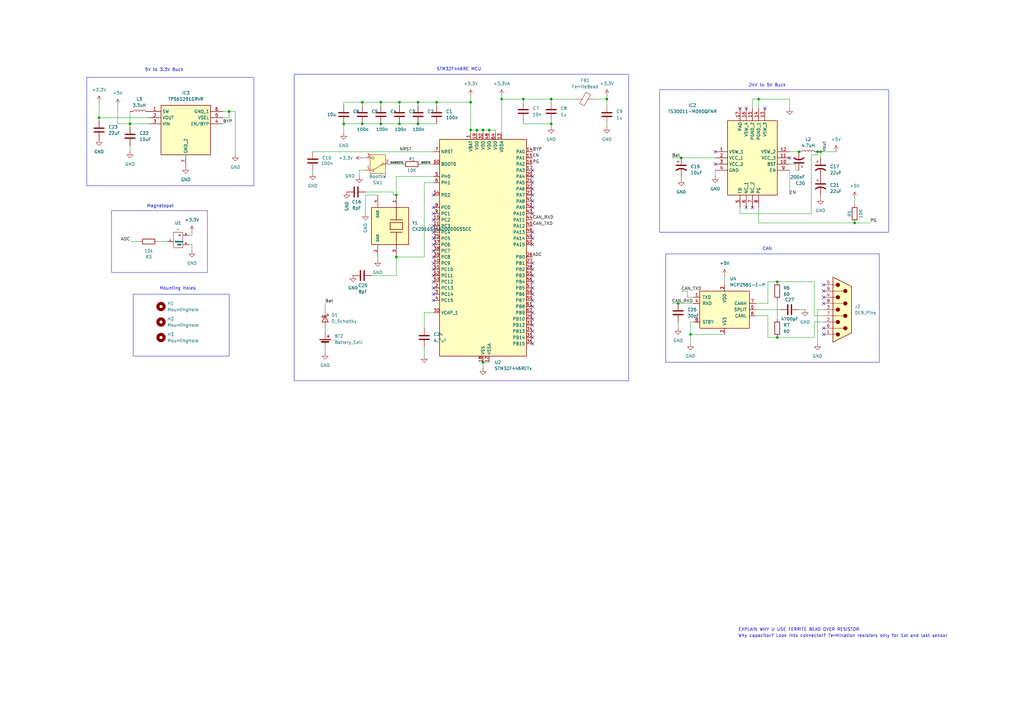
<source format=kicad_sch>
(kicad_sch (version 20250114) (generator "eeschema") (generator_version "9.0")
  (paper "A3")
  (lib_symbols
    (symbol "Connector:DE9_Pins" (pin_names (offset 1.016) (hide yes))
      (property "Reference" "J" (at 0 13.97 0))
      (property "Value" "DE9_Pins" (at 0 -14.605 0))
      (symbol "DE9_Pins_0_1"
        (polyline (pts (xy -3.81 10.16) (xy -2.54 10.16)))
        (polyline (pts (xy -3.81 7.62) (xy 0.508 7.62)))
        (polyline (pts (xy -3.81 5.08) (xy -2.54 5.08)))
        (polyline (pts (xy -3.81 2.54) (xy 0.508 2.54)))
        (polyline (pts (xy -3.81 0) (xy -2.54 0)))
        (polyline (pts (xy -3.81 -2.54) (xy 0.508 -2.54)))
        (polyline (pts (xy -3.81 -5.08) (xy -2.54 -5.08)))
        (polyline (pts (xy -3.81 -7.62) (xy 0.508 -7.62)))
        (polyline (pts (xy -3.81 -10.16) (xy -2.54 -10.16)))
        (polyline (pts (xy -3.81 -13.335) (xy -3.81 13.335) (xy 3.81 9.525) (xy 3.81 -9.525) (xy -3.81 -13.335)) (stroke (width 0.254)) (fill (type background)))
        (circle (center -1.778 10.16) (radius 0.762) (fill (type outline)))
        (circle (center -1.778 5.08) (radius 0.762) (fill (type outline)))
        (circle (center -1.778 0) (radius 0.762) (fill (type outline)))
        (circle (center -1.778 -5.08) (radius 0.762) (fill (type outline)))
        (circle (center -1.778 -10.16) (radius 0.762) (fill (type outline)))
        (circle (center 1.27 7.62) (radius 0.762) (fill (type outline)))
        (circle (center 1.27 2.54) (radius 0.762) (fill (type outline)))
        (circle (center 1.27 -2.54) (radius 0.762) (fill (type outline)))
        (circle (center 1.27 -7.62) (radius 0.762) (fill (type outline)))
      )
      (symbol "DE9_Pins_1_1"
        (pin passive line (at -7.62 10.16 0) (length 3.81) (name "5") (number "5"))
        (pin passive line (at -7.62 7.62 0) (length 3.81) (name "9") (number "9"))
        (pin passive line (at -7.62 5.08 0) (length 3.81) (name "4") (number "4"))
        (pin passive line (at -7.62 2.54 0) (length 3.81) (name "8") (number "8"))
        (pin passive line (at -7.62 0 0) (length 3.81) (name "3") (number "3"))
        (pin passive line (at -7.62 -2.54 0) (length 3.81) (name "7") (number "7"))
        (pin passive line (at -7.62 -5.08 0) (length 3.81) (name "2") (number "2"))
        (pin passive line (at -7.62 -7.62 0) (length 3.81) (name "6") (number "6"))
        (pin passive line (at -7.62 -10.16 0) (length 3.81) (name "1") (number "1"))
      )
    )
    (symbol "Custom_Symbols:CX2016SA16000D0GSSCC" (pin_names (offset 1.016))
      (property "Reference" "Y" (at -7.62 8.255 0))
      (property "Value" "CX2016SA16000D0GSSCC" (at -7.62 -10.16 0))
      (symbol "CX2016SA16000D0GSSCC_0_0"
        (polyline (pts (xy -7.62 2.54) (xy -2.54 2.54)) (stroke (width 0.254)))
        (rectangle (start -7.62 -7.62) (end 7.62 7.62) (stroke (width 0.254)) (fill (type background)))
        (polyline (pts (xy -2.54 5.08) (xy -2.54 0)) (stroke (width 0.254)))
        (polyline (pts (xy -1.397 5.08) (xy -1.397 0)) (stroke (width 0.254)))
        (polyline (pts (xy -1.397 5.08) (xy 1.397 5.08)) (stroke (width 0.254)))
        (polyline (pts (xy 1.397 5.08) (xy 1.397 0)) (stroke (width 0.254)))
        (polyline (pts (xy 1.397 0) (xy -1.397 0)) (stroke (width 0.254)))
        (polyline (pts (xy 2.54 5.08) (xy 2.54 0)) (stroke (width 0.254)))
        (polyline (pts (xy 2.54 2.54) (xy 7.62 2.54)) (stroke (width 0.254)))
        (pin passive line (at -12.7 2.54 0) (length 5.08) (name "~") (number "1"))
        (pin passive line (at 12.7 2.54 180) (length 5.08) (name "~") (number "3"))
        (pin power_in line (at 12.7 -5.08 180) (length 5.08) (name "GND") (number "2"))
      )
      (symbol "CX2016SA16000D0GSSCC_1_0"
        (pin power_in line (at -12.7 -5.08 0) (length 5.08) (name "GND") (number "4"))
      )
    )
    (symbol "Custom_Symbols:Magnetopot_MP1"
      (property "Reference" "U" (at -0.508 4.826 0))
      (symbol "Magnetopot_MP1_0_1"
        (rectangle (start -2.54 3.81) (end 1.27 -2.54))
      )
      (symbol "Magnetopot_MP1_1_1"
        (pin power_in line (at -5.08 2.54 0) (length 2.54) (name "GND") (number "3"))
        (pin power_in line (at -5.08 -1.27 0) (length 2.54) (name "V+") (number "2"))
        (pin output line (at 3.81 1.27 180) (length 2.54) (name "Collector") (number "1"))
      )
    )
    (symbol "Custom_Symbols:TPS61291DRVR"
      (property "Reference" "IC" (at 26.67 7.62 0))
      (property "Value" "TPS61291DRVR" (at 26.67 5.08 0))
      (symbol "TPS61291DRVR_1_1"
        (rectangle (start 5.08 2.54) (end 25.4 -17.78) (stroke (width 0.254)) (fill (type background)))
        (pin passive line (at 0 0 0) (length 5.08) (name "SW") (number "1"))
        (pin passive line (at 0 -2.54 0) (length 5.08) (name "VOUT") (number "2"))
        (pin passive line (at 0 -5.08 0) (length 5.08) (name "VIN") (number "3"))
        (pin passive line (at 15.24 -22.86 90) (length 5.08) (name "GND_2") (number "7"))
        (pin passive line (at 30.48 0 180) (length 5.08) (name "GND_1") (number "6"))
        (pin passive line (at 30.48 -2.54 180) (length 5.08) (name "VSEL") (number "5"))
        (pin passive line (at 30.48 -5.08 180) (length 5.08) (name "EN/BYP") (number "4"))
      )
    )
    (symbol "Custom_Symbols:TS30011-M050QFNR"
      (property "Reference" "IC" (at 26.67 17.78 0))
      (property "Value" "TS30011-M050QFNR" (at 26.67 15.24 0))
      (symbol "TS30011-M050QFNR_1_1"
        (rectangle (start 5.08 12.7) (end 25.4 -17.78) (stroke (width 0.254)) (fill (type background)))
        (pin passive line (at 0 0 0) (length 5.08) (name "VSW_1") (number "1"))
        (pin passive line (at 0 -2.54 0) (length 5.08) (name "VCC_1") (number "2"))
        (pin passive line (at 0 -5.08 0) (length 5.08) (name "VCC_2") (number "3"))
        (pin passive line (at 0 -7.62 0) (length 5.08) (name "GND") (number "4"))
        (pin passive line (at 10.16 17.78 270) (length 5.08) (name "PAD") (number "17"))
        (pin passive line (at 10.16 -22.86 90) (length 5.08) (name "FB") (number "5"))
        (pin passive line (at 12.7 17.78 270) (length 5.08) (name "VSW_4") (number "16"))
        (pin passive line (at 12.7 -22.86 90) (length 5.08) (name "NC_1") (number "6"))
        (pin passive line (at 15.24 17.78 270) (length 5.08) (name "PGND_2") (number "15"))
        (pin passive line (at 15.24 -22.86 90) (length 5.08) (name "NC_2") (number "7"))
        (pin passive line (at 17.78 17.78 270) (length 5.08) (name "PGND_1") (number "14"))
        (pin passive line (at 17.78 -22.86 90) (length 5.08) (name "PG") (number "8"))
        (pin passive line (at 20.32 17.78 270) (length 5.08) (name "VSW_3") (number "13"))
        (pin passive line (at 30.48 0 180) (length 5.08) (name "VSW_2") (number "12"))
        (pin passive line (at 30.48 -2.54 180) (length 5.08) (name "VCC_3") (number "11"))
        (pin passive line (at 30.48 -5.08 180) (length 5.08) (name "BST") (number "10"))
        (pin passive line (at 30.48 -7.62 180) (length 5.08) (name "EN") (number "9"))
      )
    )
    (symbol "Device:Battery_Cell" (pin_numbers (hide yes)) (pin_names (offset 0) (hide yes))
      (property "Reference" "BT" (at 2.54 2.54 0))
      (property "Value" "Battery_Cell" (at 2.54 0 0))
      (symbol "Battery_Cell_0_1"
        (rectangle (start -2.286 1.778) (end 2.286 1.524) (fill (type outline)))
        (rectangle (start -1.524 1.016) (end 1.524 0.508) (fill (type outline)))
        (polyline (pts (xy 0 1.778) (xy 0 2.54)))
        (polyline (pts (xy 0 0.762) (xy 0 0)))
        (polyline (pts (xy 0.762 3.048) (xy 1.778 3.048)) (stroke (width 0.254)))
        (polyline (pts (xy 1.27 3.556) (xy 1.27 2.54)) (stroke (width 0.254)))
      )
      (symbol "Battery_Cell_1_1"
        (pin passive line (at 0 5.08 270) (length 2.54) (name "+") (number "1"))
        (pin passive line (at 0 -2.54 90) (length 2.54) (name "-") (number "2"))
      )
    )
    (symbol "Device:C" (pin_numbers (hide yes)) (pin_names (offset 0.254))
      (property "Reference" "C" (at 0.635 2.54 0))
      (property "Value" "C" (at 0.635 -2.54 0))
      (symbol "C_0_1"
        (polyline (pts (xy -2.032 0.762) (xy 2.032 0.762)) (stroke (width 0.508)))
        (polyline (pts (xy -2.032 -0.762) (xy 2.032 -0.762)) (stroke (width 0.508)))
      )
      (symbol "C_1_1"
        (pin passive line (at 0 3.81 270) (length 2.794) (name "~") (number "1"))
        (pin passive line (at 0 -3.81 90) (length 2.794) (name "~") (number "2"))
      )
    )
    (symbol "Device:C_Polarized_US" (pin_numbers (hide yes)) (pin_names (offset 0.254) (hide yes))
      (property "Reference" "C" (at 0.635 2.54 0))
      (property "Value" "C_Polarized_US" (at 0.635 -2.54 0))
      (symbol "C_Polarized_US_0_1"
        (polyline (pts (xy -2.032 0.762) (xy 2.032 0.762)) (stroke (width 0.508)))
        (polyline (pts (xy -1.778 2.286) (xy -0.762 2.286)))
        (polyline (pts (xy -1.27 1.778) (xy -1.27 2.794)))
        (arc (start -2.032 -1.27) (mid 0 -0.5572) (end 2.032 -1.27) (stroke (width 0.508)))
      )
      (symbol "C_Polarized_US_1_1"
        (pin passive line (at 0 3.81 270) (length 2.794) (name "~") (number "1"))
        (pin passive line (at 0 -3.81 90) (length 3.302) (name "~") (number "2"))
      )
    )
    (symbol "Device:D_Schottky" (pin_numbers (hide yes)) (pin_names (offset 1.016) (hide yes))
      (property "Reference" "D" (at 0 2.54 0))
      (property "Value" "D_Schottky" (at 0 -2.54 0))
      (symbol "D_Schottky_0_1"
        (polyline (pts (xy -1.905 0.635) (xy -1.905 1.27) (xy -1.27 1.27) (xy -1.27 -1.27) (xy -0.635 -1.27) (xy -0.635 -0.635)) (stroke (width 0.254)))
        (polyline (pts (xy 1.27 1.27) (xy 1.27 -1.27) (xy -1.27 0) (xy 1.27 1.27)) (stroke (width 0.254)))
        (polyline (pts (xy 1.27 0) (xy -1.27 0)))
      )
      (symbol "D_Schottky_1_1"
        (pin passive line (at -3.81 0 0) (length 2.54) (name "K") (number "1"))
        (pin passive line (at 3.81 0 180) (length 2.54) (name "A") (number "2"))
      )
    )
    (symbol "Device:FerriteBead" (pin_numbers (hide yes)) (pin_names (offset 0))
      (property "Reference" "FB" (at -3.81 0.635 90))
      (property "Value" "FerriteBead" (at 3.81 0 90))
      (symbol "FerriteBead_0_1"
        (polyline (pts (xy -2.7686 0.4064) (xy -1.7018 2.2606) (xy 2.7686 -0.3048) (xy 1.6764 -2.159) (xy -2.7686 0.4064)))
        (polyline (pts (xy 0 1.27) (xy 0 1.2954)))
        (polyline (pts (xy 0 -1.27) (xy 0 -1.2192)))
      )
      (symbol "FerriteBead_1_1"
        (pin passive line (at 0 3.81 270) (length 2.54) (name "~") (number "1"))
        (pin passive line (at 0 -3.81 90) (length 2.54) (name "~") (number "2"))
      )
    )
    (symbol "Device:L" (pin_numbers (hide yes)) (pin_names (offset 1.016) (hide yes))
      (property "Reference" "L" (at -1.27 0 90))
      (property "Value" "L" (at 1.905 0 90))
      (symbol "L_0_1"
        (arc (start 0 2.54) (mid 0.6323 1.905) (end 0 1.27))
        (arc (start 0 1.27) (mid 0.6323 0.635) (end 0 0))
        (arc (start 0 0) (mid 0.6323 -0.635) (end 0 -1.27))
        (arc (start 0 -1.27) (mid 0.6323 -1.905) (end 0 -2.54))
      )
      (symbol "L_1_1"
        (pin passive line (at 0 3.81 270) (length 1.27) (name "1") (number "1"))
        (pin passive line (at 0 -3.81 90) (length 1.27) (name "2") (number "2"))
      )
    )
    (symbol "Device:R" (pin_numbers (hide yes)) (pin_names (offset 0))
      (property "Reference" "R" (at 2.032 0 90))
      (property "Value" "R" (at 0 0 90))
      (symbol "R_0_1"
        (rectangle (start -1.016 -2.54) (end 1.016 2.54) (stroke (width 0.254)))
      )
      (symbol "R_1_1"
        (pin passive line (at 0 3.81 270) (length 1.27) (name "~") (number "1"))
        (pin passive line (at 0 -3.81 90) (length 1.27) (name "~") (number "2"))
      )
    )
    (symbol "Interface_CAN_LIN:MCP2561-E-P" (pin_names (offset 1.016))
      (property "Reference" "U" (at -10.16 8.89 0))
      (property "Value" "MCP2561-E-P" (at 2.54 8.89 0))
      (symbol "MCP2561-E-P_0_1"
        (rectangle (start -10.16 7.62) (end 10.16 -7.62) (stroke (width 0.254)) (fill (type background)))
      )
      (symbol "MCP2561-E-P_1_1"
        (pin input line (at -12.7 5.08 0) (length 2.54) (name "TXD") (number "1"))
        (pin output line (at -12.7 2.54 0) (length 2.54) (name "RXD") (number "4"))
        (pin input line (at -12.7 -5.08 0) (length 2.54) (name "STBY") (number "8"))
        (pin power_in line (at 0 10.16 270) (length 2.54) (name "VDD") (number "3"))
        (pin power_in line (at 0 -10.16 90) (length 2.54) (name "VSS") (number "2"))
        (pin bidirectional line (at 12.7 2.54 180) (length 2.54) (name "CANH") (number "7"))
        (pin passive line (at 12.7 0 180) (length 2.54) (name "SPLIT") (number "5"))
        (pin bidirectional line (at 12.7 -2.54 180) (length 2.54) (name "CANL") (number "6"))
      )
    )
    (symbol "MCU_ST_STM32F4:STM32F446RETx"
      (property "Reference" "U" (at -17.78 46.99 0))
      (property "Value" "STM32F446RETx" (at 10.16 46.99 0))
      (symbol "STM32F446RETx_0_1"
        (rectangle (start -17.78 -43.18) (end 17.78 45.72) (stroke (width 0.254)) (fill (type background)))
      )
      (symbol "STM32F446RETx_1_1"
        (pin input line (at -20.32 40.64 0) (length 2.54) (name "NRST") (number "7"))
        (pin input line (at -20.32 35.56 0) (length 2.54) (name "BOOT0") (number "60"))
        (pin bidirectional line (at -20.32 30.48 0) (length 2.54) (name "PH0") (number "5"))
        (pin bidirectional line (at -20.32 27.94 0) (length 2.54) (name "PH1") (number "6"))
        (pin bidirectional line (at -20.32 22.86 0) (length 2.54) (name "PD2") (number "54"))
        (pin bidirectional line (at -20.32 17.78 0) (length 2.54) (name "PC0") (number "8"))
        (pin bidirectional line (at -20.32 15.24 0) (length 2.54) (name "PC1") (number "9"))
        (pin bidirectional line (at -20.32 12.7 0) (length 2.54) (name "PC2") (number "10"))
        (pin bidirectional line (at -20.32 10.16 0) (length 2.54) (name "PC3") (number "11"))
        (pin bidirectional line (at -20.32 7.62 0) (length 2.54) (name "PC4") (number "24"))
        (pin bidirectional line (at -20.32 5.08 0) (length 2.54) (name "PC5") (number "25"))
        (pin bidirectional line (at -20.32 2.54 0) (length 2.54) (name "PC6") (number "37"))
        (pin bidirectional line (at -20.32 0 0) (length 2.54) (name "PC7") (number "38"))
        (pin bidirectional line (at -20.32 -2.54 0) (length 2.54) (name "PC8") (number "39"))
        (pin bidirectional line (at -20.32 -5.08 0) (length 2.54) (name "PC9") (number "40"))
        (pin bidirectional line (at -20.32 -7.62 0) (length 2.54) (name "PC10") (number "51"))
        (pin bidirectional line (at -20.32 -10.16 0) (length 2.54) (name "PC11") (number "52"))
        (pin bidirectional line (at -20.32 -12.7 0) (length 2.54) (name "PC12") (number "53"))
        (pin bidirectional line (at -20.32 -15.24 0) (length 2.54) (name "PC13") (number "2"))
        (pin bidirectional line (at -20.32 -17.78 0) (length 2.54) (name "PC14") (number "3"))
        (pin bidirectional line (at -20.32 -20.32 0) (length 2.54) (name "PC15") (number "4"))
        (pin power_out line (at -20.32 -25.4 0) (length 2.54) (name "VCAP_1") (number "30"))
        (pin power_in line (at -5.08 48.26 270) (length 2.54) (name "VBAT") (number "1"))
        (pin power_in line (at -2.54 48.26 270) (length 2.54) (name "VDD") (number "19"))
        (pin power_in line (at 0 48.26 270) (length 2.54) (name "VDD") (number "32"))
        (pin power_in line (at 0 -45.72 90) (length 2.54) (name "VSS") (number "18"))
        (pin passive line (at 0 -45.72 90) (length 2.54) (hide yes) (name "VSS") (number "31"))
        (pin passive line (at 0 -45.72 90) (length 2.54) (hide yes) (name "VSS") (number "47"))
        (pin passive line (at 0 -45.72 90) (length 2.54) (hide yes) (name "VSS") (number "63"))
        (pin power_in line (at 2.54 48.26 270) (length 2.54) (name "VDD") (number "48"))
        (pin power_in line (at 2.54 -45.72 90) (length 2.54) (name "VSSA") (number "12"))
        (pin power_in line (at 5.08 48.26 270) (length 2.54) (name "VDD") (number "64"))
        (pin power_in line (at 7.62 48.26 270) (length 2.54) (name "VDDA") (number "13"))
        (pin bidirectional line (at 20.32 40.64 180) (length 2.54) (name "PA0") (number "14"))
        (pin bidirectional line (at 20.32 38.1 180) (length 2.54) (name "PA1") (number "15"))
        (pin bidirectional line (at 20.32 35.56 180) (length 2.54) (name "PA2") (number "16"))
        (pin bidirectional line (at 20.32 33.02 180) (length 2.54) (name "PA3") (number "17"))
        (pin bidirectional line (at 20.32 30.48 180) (length 2.54) (name "PA4") (number "20"))
        (pin bidirectional line (at 20.32 27.94 180) (length 2.54) (name "PA5") (number "21"))
        (pin bidirectional line (at 20.32 25.4 180) (length 2.54) (name "PA6") (number "22"))
        (pin bidirectional line (at 20.32 22.86 180) (length 2.54) (name "PA7") (number "23"))
        (pin bidirectional line (at 20.32 20.32 180) (length 2.54) (name "PA8") (number "41"))
        (pin bidirectional line (at 20.32 17.78 180) (length 2.54) (name "PA9") (number "42"))
        (pin bidirectional line (at 20.32 15.24 180) (length 2.54) (name "PA10") (number "43"))
        (pin bidirectional line (at 20.32 12.7 180) (length 2.54) (name "PA11") (number "44"))
        (pin bidirectional line (at 20.32 10.16 180) (length 2.54) (name "PA12") (number "45"))
        (pin bidirectional line (at 20.32 7.62 180) (length 2.54) (name "PA13") (number "46"))
        (pin bidirectional line (at 20.32 5.08 180) (length 2.54) (name "PA14") (number "49"))
        (pin bidirectional line (at 20.32 2.54 180) (length 2.54) (name "PA15") (number "50"))
        (pin bidirectional line (at 20.32 -2.54 180) (length 2.54) (name "PB0") (number "26"))
        (pin bidirectional line (at 20.32 -5.08 180) (length 2.54) (name "PB1") (number "27"))
        (pin bidirectional line (at 20.32 -7.62 180) (length 2.54) (name "PB2") (number "28"))
        (pin bidirectional line (at 20.32 -10.16 180) (length 2.54) (name "PB3") (number "55"))
        (pin bidirectional line (at 20.32 -12.7 180) (length 2.54) (name "PB4") (number "56"))
        (pin bidirectional line (at 20.32 -15.24 180) (length 2.54) (name "PB5") (number "57"))
        (pin bidirectional line (at 20.32 -17.78 180) (length 2.54) (name "PB6") (number "58"))
        (pin bidirectional line (at 20.32 -20.32 180) (length 2.54) (name "PB7") (number "59"))
        (pin bidirectional line (at 20.32 -22.86 180) (length 2.54) (name "PB8") (number "61"))
        (pin bidirectional line (at 20.32 -25.4 180) (length 2.54) (name "PB9") (number "62"))
        (pin bidirectional line (at 20.32 -27.94 180) (length 2.54) (name "PB10") (number "29"))
        (pin bidirectional line (at 20.32 -30.48 180) (length 2.54) (name "PB12") (number "33"))
        (pin bidirectional line (at 20.32 -33.02 180) (length 2.54) (name "PB13") (number "34"))
        (pin bidirectional line (at 20.32 -35.56 180) (length 2.54) (name "PB14") (number "35"))
        (pin bidirectional line (at 20.32 -38.1 180) (length 2.54) (name "PB15") (number "36"))
      )
    )
    (symbol "Mechanical:MountingHole" (pin_names (offset 1.016)) (in_bom no)
      (property "Reference" "H" (at 0 5.08 0))
      (property "Value" "MountingHole" (at 0 3.175 0))
      (symbol "MountingHole_0_1"
        (circle (center 0 0) (radius 1.27) (stroke (width 1.27)))
      )
    )
    (symbol "Switch:SW_SPDT" (pin_names (offset 0) (hide yes))
      (property "Reference" "SW" (at 0 5.08 0))
      (property "Value" "SW_SPDT" (at 0 -5.08 0))
      (symbol "SW_SPDT_0_1"
        (circle (center -2.032 0) (radius 0.4572))
        (polyline (pts (xy -1.651 0.254) (xy 1.651 2.286)))
        (circle (center 2.032 2.54) (radius 0.4572))
        (circle (center 2.032 -2.54) (radius 0.4572))
      )
      (symbol "SW_SPDT_1_1"
        (rectangle (start -3.175 3.81) (end 3.175 -3.81) (fill (type background)))
        (pin passive line (at -5.08 0 0) (length 2.54) (name "B") (number "2"))
        (pin passive line (at 5.08 2.54 180) (length 2.54) (name "A") (number "1"))
        (pin passive line (at 5.08 -2.54 180) (length 2.54) (name "C") (number "3"))
      )
    )
    (symbol "power:+3.3V" (power) (pin_numbers (hide yes)) (pin_names (offset 0) (hide yes))
      (property "Value" "+3.3V" (at 0 3.556 0))
      (symbol "+3.3V_0_1"
        (polyline (pts (xy -0.762 1.27) (xy 0 2.54)))
        (polyline (pts (xy 0 2.54) (xy 0.762 1.27)))
        (polyline (pts (xy 0 0) (xy 0 2.54)))
      )
      (symbol "+3.3V_1_1"
        (pin power_in line (at 0 0 90) (length 0) (name "~") (number "1"))
      )
    )
    (symbol "power:+5V" (power) (pin_numbers (hide yes)) (pin_names (offset 0) (hide yes))
      (property "Value" "+5V" (at 0 3.556 0))
      (symbol "+5V_0_1"
        (polyline (pts (xy -0.762 1.27) (xy 0 2.54)))
        (polyline (pts (xy 0 2.54) (xy 0.762 1.27)))
        (polyline (pts (xy 0 0) (xy 0 2.54)))
      )
      (symbol "+5V_1_1"
        (pin power_in line (at 0 0 90) (length 0) (name "~") (number "1"))
      )
    )
    (symbol "power:GND" (power) (pin_numbers (hide yes)) (pin_names (offset 0) (hide yes))
      (property "Value" "GND" (at 0 -3.81 0))
      (symbol "GND_0_1"
        (polyline (pts (xy 0 0) (xy 0 -1.27) (xy 1.27 -1.27) (xy 0 -2.54) (xy -1.27 -1.27) (xy 0 -1.27)))
      )
      (symbol "GND_1_1"
        (pin power_in line (at 0 0 270) (length 0) (name "~") (number "1"))
      )
    )
  )
  (rectangle (start 45.72 86.36) (end 85.09 111.76))
  (rectangle (start 273.05 104.14) (end 360.68 148.59))
  (rectangle (start 54.61 120.65) (end 93.98 146.05))
  (rectangle (start 270.51 36.83) (end 364.49 95.25))
  (rectangle (start 120.65 30.48) (end 257.81 156.21))
  (rectangle (start 35.56 31.75) (end 104.14 76.2))
  (text "Mounting Holes\n" (at 72.898 118.364 0) (effects (font (size 1.27 1.27))))
  (text "Why capacitor? Look into connector? Termination resistors only for 1st and last sensor" (at 345.694 260.858 0) (effects (font (size 1.27 1.27))))
  (text "24V to 5V Buck\n\n" (at 314.706 36.068 0) (effects (font (size 1.27 1.27))))
  (text "CAN\n" (at 314.706 102.108 0) (effects (font (size 1.27 1.27))))
  (text "Magnetopot\n" (at 65.786 84.582 0) (effects (font (size 1.27 1.27))))
  (text "5V to 3.3V Buck\n\n" (at 67.31 29.718 0) (effects (font (size 1.27 1.27))))
  (text "STM32F446RE MCU" (at 188.214 28.448 0) (effects (font (size 1.27 1.27))))
  (text "EXPLAIN WHY U USE FERRITE BEAD OVER RESISTOR\n" (at 327.66 258.318 0) (effects (font (size 1.27 1.27))))
  (junction (at 140.97 50.8))
  (junction (at 248.92 40.64))
  (junction (at 279.4 64.77))
  (junction (at 200.66 53.34))
  (junction (at 336.55 62.23))
  (junction (at 148.59 50.8))
  (junction (at 318.77 138.43))
  (junction (at 193.04 53.34))
  (junction (at 156.21 41.91))
  (junction (at 278.13 124.46))
  (junction (at 350.52 91.44))
  (junction (at 198.12 53.34))
  (junction (at 40.64 48.26))
  (junction (at 327.66 62.23))
  (junction (at 283.21 137.16))
  (junction (at 171.45 50.8))
  (junction (at 318.77 115.57))
  (junction (at 162.56 80.01))
  (junction (at 171.45 41.91))
  (junction (at 162.56 105.41))
  (junction (at 226.06 50.8))
  (junction (at 193.04 41.91))
  (junction (at 179.07 41.91))
  (junction (at 226.06 40.64))
  (junction (at 163.83 50.8))
  (junction (at 163.83 41.91))
  (junction (at 53.34 50.8))
  (junction (at 195.58 53.34))
  (junction (at 148.59 41.91))
  (junction (at 335.28 62.23))
  (junction (at 205.74 40.64))
  (junction (at 198.12 148.59))
  (junction (at 311.15 40.64))
  (junction (at 156.21 50.8))
  (junction (at 214.63 40.64))
  (junction (at 93.98 45.72))
  (no_connect (at 177.8 118.11))
  (no_connect (at 218.44 140.97))
  (no_connect (at 177.8 90.17))
  (no_connect (at 337.82 137.16))
  (no_connect (at 177.8 87.63))
  (no_connect (at 177.8 100.33))
  (no_connect (at 218.44 135.89))
  (no_connect (at 177.8 105.41))
  (no_connect (at 218.44 107.95))
  (no_connect (at 337.82 124.46))
  (no_connect (at 218.44 115.57))
  (no_connect (at 218.44 97.79))
  (no_connect (at 337.82 121.92))
  (no_connect (at 218.44 85.09))
  (no_connect (at 218.44 72.39))
  (no_connect (at 218.44 138.43))
  (no_connect (at 293.37 67.31))
  (no_connect (at 293.37 62.23))
  (no_connect (at 177.8 80.01))
  (no_connect (at 218.44 133.35))
  (no_connect (at 218.44 100.33))
  (no_connect (at 218.44 123.19))
  (no_connect (at 218.44 69.85))
  (no_connect (at 177.8 110.49))
  (no_connect (at 177.8 115.57))
  (no_connect (at 177.8 123.19))
  (no_connect (at 337.82 134.62))
  (no_connect (at 308.61 85.09))
  (no_connect (at 218.44 120.65))
  (no_connect (at 337.82 116.84))
  (no_connect (at 306.07 44.45))
  (no_connect (at 218.44 87.63))
  (no_connect (at 218.44 113.03))
  (no_connect (at 218.44 128.27))
  (no_connect (at 306.07 85.09))
  (no_connect (at 218.44 110.49))
  (no_connect (at 218.44 130.81))
  (no_connect (at 218.44 118.11))
  (no_connect (at 323.85 64.77))
  (no_connect (at 177.8 107.95))
  (no_connect (at 313.69 44.45))
  (no_connect (at 218.44 77.47))
  (no_connect (at 177.8 85.09))
  (no_connect (at 337.82 119.38))
  (no_connect (at 177.8 97.79))
  (no_connect (at 303.53 44.45))
  (no_connect (at 177.8 92.71))
  (no_connect (at 218.44 82.55))
  (no_connect (at 177.8 120.65))
  (no_connect (at 218.44 80.01))
  (no_connect (at 218.44 95.25))
  (no_connect (at 177.8 102.87))
  (no_connect (at 218.44 74.93))
  (no_connect (at 218.44 125.73))
  (no_connect (at 177.8 95.25))
  (no_connect (at 177.8 113.03))
  (wire (pts (xy 334.01 129.54) (xy 337.82 129.54)))
  (wire (pts (xy 179.07 41.91) (xy 179.07 43.18)))
  (wire (pts (xy 248.92 50.8) (xy 248.92 52.07)))
  (wire (pts (xy 214.63 41.91) (xy 214.63 40.64)))
  (wire (pts (xy 154.94 80.01) (xy 149.86 80.01)))
  (wire (pts (xy 226.06 41.91) (xy 226.06 40.64)))
  (wire (pts (xy 293.37 69.85) (xy 293.37 72.39)))
  (wire (pts (xy 128.27 69.85) (xy 128.27 71.12)))
  (wire (pts (xy 198.12 53.34) (xy 200.66 53.34)))
  (wire (pts (xy 323.85 80.01) (xy 323.85 69.85)))
  (wire (pts (xy 303.53 87.63) (xy 332.74 87.63)))
  (wire (pts (xy 48.26 50.8) (xy 53.34 50.8)))
  (wire (pts (xy 284.48 132.08) (xy 283.21 132.08)))
  (wire (pts (xy 335.28 127) (xy 335.28 140.97)))
  (wire (pts (xy 93.98 45.72) (xy 93.98 48.26)))
  (wire (pts (xy 161.29 80.01) (xy 161.29 78.74)))
  (wire (pts (xy 173.99 105.41) (xy 162.56 105.41)))
  (wire (pts (xy 148.59 41.91) (xy 148.59 43.18)))
  (wire (pts (xy 64.77 99.06) (xy 68.58 99.06)))
  (wire (pts (xy 326.39 67.31) (xy 326.39 69.85)))
  (wire (pts (xy 327.66 127) (xy 330.2 127)))
  (wire (pts (xy 147.32 69.85) (xy 147.32 72.39)))
  (wire (pts (xy 154.94 105.41) (xy 154.94 106.68)))
  (wire (pts (xy 337.82 127) (xy 335.28 127)))
  (wire (pts (xy 195.58 53.34) (xy 198.12 53.34)))
  (wire (pts (xy 149.86 69.85) (xy 147.32 69.85)))
  (wire (pts (xy 311.15 40.64) (xy 323.85 40.64)))
  (wire (pts (xy 148.59 64.77) (xy 149.86 64.77)))
  (wire (pts (xy 311.15 85.09) (xy 311.15 91.44)))
  (wire (pts (xy 53.34 50.8) (xy 53.34 52.07)))
  (wire (pts (xy 336.55 62.23) (xy 342.9 62.23)))
  (wire (pts (xy 248.92 40.64) (xy 243.84 40.64)))
  (wire (pts (xy 279.4 119.38) (xy 281.94 119.38)))
  (wire (pts (xy 177.8 72.39) (xy 162.56 72.39)))
  (wire (pts (xy 323.85 40.64) (xy 323.85 44.45)))
  (wire (pts (xy 335.28 62.23) (xy 336.55 62.23)))
  (wire (pts (xy 275.59 124.46) (xy 278.13 124.46)))
  (wire (pts (xy 205.74 40.64) (xy 205.74 54.61)))
  (wire (pts (xy 309.88 127) (xy 320.04 127)))
  (wire (pts (xy 162.56 80.01) (xy 161.29 80.01)))
  (wire (pts (xy 309.88 124.46) (xy 314.96 124.46)))
  (wire (pts (xy 96.52 63.5) (xy 96.52 45.72)))
  (wire (pts (xy 278.13 132.08) (xy 278.13 134.62)))
  (wire (pts (xy 334.01 138.43) (xy 334.01 132.08)))
  (wire (pts (xy 200.66 54.61) (xy 200.66 53.34)))
  (wire (pts (xy 193.04 41.91) (xy 193.04 53.34)))
  (wire (pts (xy 309.88 129.54) (xy 314.96 129.54)))
  (wire (pts (xy 156.21 41.91) (xy 163.83 41.91)))
  (wire (pts (xy 226.06 40.64) (xy 236.22 40.64)))
  (wire (pts (xy 91.44 48.26) (xy 93.98 48.26)))
  (wire (pts (xy 60.96 48.26) (xy 40.64 48.26)))
  (wire (pts (xy 248.92 39.37) (xy 248.92 40.64)))
  (wire (pts (xy 336.55 81.28) (xy 336.55 80.01)))
  (wire (pts (xy 156.21 41.91) (xy 156.21 43.18)))
  (wire (pts (xy 140.97 50.8) (xy 140.97 54.61)))
  (wire (pts (xy 226.06 40.64) (xy 214.63 40.64)))
  (wire (pts (xy 140.97 41.91) (xy 140.97 43.18)))
  (wire (pts (xy 205.74 40.64) (xy 214.63 40.64)))
  (wire (pts (xy 303.53 85.09) (xy 303.53 87.63)))
  (wire (pts (xy 173.99 142.24) (xy 173.99 146.05)))
  (wire (pts (xy 350.52 91.44) (xy 356.87 91.44)))
  (wire (pts (xy 162.56 105.41) (xy 162.56 113.03)))
  (wire (pts (xy 334.01 132.08) (xy 337.82 132.08)))
  (wire (pts (xy 214.63 50.8) (xy 226.06 50.8)))
  (wire (pts (xy 193.04 53.34) (xy 193.04 54.61)))
  (wire (pts (xy 177.8 74.93) (xy 173.99 74.93)))
  (wire (pts (xy 149.86 78.74) (xy 161.29 78.74)))
  (wire (pts (xy 248.92 43.18) (xy 248.92 40.64)))
  (wire (pts (xy 214.63 49.53) (xy 214.63 50.8)))
  (wire (pts (xy 275.59 64.77) (xy 279.4 64.77)))
  (wire (pts (xy 281.94 121.92) (xy 284.48 121.92)))
  (wire (pts (xy 314.96 129.54) (xy 314.96 138.43)))
  (wire (pts (xy 336.55 62.23) (xy 336.55 64.77)))
  (wire (pts (xy 96.52 45.72) (xy 93.98 45.72)))
  (wire (pts (xy 163.83 41.91) (xy 171.45 41.91)))
  (wire (pts (xy 193.04 39.37) (xy 193.04 41.91)))
  (wire (pts (xy 278.13 124.46) (xy 284.48 124.46)))
  (wire (pts (xy 40.64 49.53) (xy 40.64 48.26)))
  (wire (pts (xy 133.35 124.46) (xy 133.35 127)))
  (wire (pts (xy 128.27 62.23) (xy 177.8 62.23)))
  (wire (pts (xy 334.01 115.57) (xy 334.01 129.54)))
  (wire (pts (xy 172.72 67.31) (xy 177.8 67.31)))
  (wire (pts (xy 198.12 148.59) (xy 198.12 151.13)))
  (wire (pts (xy 148.59 50.8) (xy 156.21 50.8)))
  (wire (pts (xy 193.04 41.91) (xy 179.07 41.91)))
  (wire (pts (xy 156.21 50.8) (xy 163.83 50.8)))
  (wire (pts (xy 53.34 45.72) (xy 53.34 50.8)))
  (wire (pts (xy 53.34 59.69) (xy 53.34 62.23)))
  (wire (pts (xy 173.99 128.27) (xy 173.99 134.62)))
  (wire (pts (xy 91.44 45.72) (xy 93.98 45.72)))
  (wire (pts (xy 171.45 41.91) (xy 179.07 41.91)))
  (wire (pts (xy 205.74 40.64) (xy 205.74 39.37)))
  (wire (pts (xy 53.34 50.8) (xy 60.96 50.8)))
  (wire (pts (xy 323.85 62.23) (xy 327.66 62.23)))
  (wire (pts (xy 171.45 41.91) (xy 171.45 43.18)))
  (wire (pts (xy 332.74 63.5) (xy 332.74 87.63)))
  (wire (pts (xy 335.28 63.5) (xy 335.28 62.23)))
  (wire (pts (xy 283.21 132.08) (xy 283.21 137.16)))
  (wire (pts (xy 152.4 113.03) (xy 162.56 113.03)))
  (wire (pts (xy 171.45 50.8) (xy 179.07 50.8)))
  (wire (pts (xy 203.2 53.34) (xy 200.66 53.34)))
  (wire (pts (xy 318.77 115.57) (xy 334.01 115.57)))
  (wire (pts (xy 283.21 137.16) (xy 297.18 137.16)))
  (wire (pts (xy 193.04 53.34) (xy 195.58 53.34)))
  (wire (pts (xy 140.97 41.91) (xy 148.59 41.91)))
  (wire (pts (xy 177.8 128.27) (xy 173.99 128.27)))
  (wire (pts (xy 283.21 137.16) (xy 283.21 140.97)))
  (wire (pts (xy 314.96 138.43) (xy 318.77 138.43)))
  (wire (pts (xy 308.61 44.45) (xy 308.61 40.64)))
  (wire (pts (xy 40.64 41.91) (xy 40.64 48.26)))
  (wire (pts (xy 350.52 81.28) (xy 350.52 83.82)))
  (wire (pts (xy 163.83 41.91) (xy 163.83 43.18)))
  (wire (pts (xy 57.15 99.06) (xy 53.34 99.06)))
  (wire (pts (xy 314.96 115.57) (xy 318.77 115.57)))
  (wire (pts (xy 308.61 40.64) (xy 311.15 40.64)))
  (wire (pts (xy 226.06 49.53) (xy 226.06 50.8)))
  (wire (pts (xy 133.35 144.78) (xy 133.35 143.51)))
  (wire (pts (xy 78.74 95.25) (xy 78.74 96.52)))
  (wire (pts (xy 77.47 100.33) (xy 78.74 100.33)))
  (wire (pts (xy 160.02 67.31) (xy 165.1 67.31)))
  (wire (pts (xy 173.99 74.93) (xy 173.99 105.41)))
  (wire (pts (xy 281.94 119.38) (xy 281.94 121.92)))
  (wire (pts (xy 198.12 53.34) (xy 198.12 54.61)))
  (wire (pts (xy 149.86 80.01) (xy 149.86 87.63)))
  (wire (pts (xy 311.15 91.44) (xy 350.52 91.44)))
  (wire (pts (xy 318.77 138.43) (xy 334.01 138.43)))
  (wire (pts (xy 78.74 100.33) (xy 78.74 102.87)))
  (wire (pts (xy 48.26 43.18) (xy 48.26 50.8)))
  (wire (pts (xy 332.74 63.5) (xy 335.28 63.5)))
  (wire (pts (xy 148.59 41.91) (xy 156.21 41.91)))
  (wire (pts (xy 133.35 134.62) (xy 133.35 135.89)))
  (wire (pts (xy 279.4 64.77) (xy 293.37 64.77)))
  (wire (pts (xy 323.85 67.31) (xy 326.39 67.31)))
  (wire (pts (xy 279.4 72.39) (xy 279.4 73.66)))
  (wire (pts (xy 140.97 50.8) (xy 148.59 50.8)))
  (wire (pts (xy 198.12 148.59) (xy 200.66 148.59)))
  (wire (pts (xy 77.47 96.52) (xy 78.74 96.52)))
  (wire (pts (xy 203.2 54.61) (xy 203.2 53.34)))
  (wire (pts (xy 195.58 53.34) (xy 195.58 54.61)))
  (wire (pts (xy 318.77 123.19) (xy 318.77 130.81)))
  (wire (pts (xy 163.83 50.8) (xy 171.45 50.8)))
  (wire (pts (xy 297.18 113.03) (xy 297.18 116.84)))
  (wire (pts (xy 311.15 40.64) (xy 311.15 44.45)))
  (wire (pts (xy 314.96 115.57) (xy 314.96 124.46)))
  (wire (pts (xy 326.39 69.85) (xy 327.66 69.85)))
  (wire (pts (xy 226.06 50.8) (xy 226.06 52.07)))
  (wire (pts (xy 162.56 72.39) (xy 162.56 80.01)))
  (label "CAN_RXD" (at 275.59 124.46 0))
  (label "CAN_TXD" (at 218.44 92.71 0))
  (label "ADC" (at 53.34 99.06 180))
  (label "PG" (at 218.44 67.31 0))
  (label "EN" (at 218.44 64.77 0))
  (label "Bat" (at 275.59 64.77 0))
  (label "CAN_RXD" (at 218.44 90.17 0))
  (label "BYP" (at 91.44 50.8 0))
  (label "PG" (at 356.87 91.44 0))
  (label "CAN_TXD" (at 279.4 119.38 0))
  (label "BOOT0" (at 172.72 67.31 0) (effects (font (size 0.762 0.762))))
  (label "NRST" (at 163.83 62.23 0))
  (label "Bat" (at 133.35 124.46 0))
  (label "BYP" (at 218.44 62.23 0))
  (label "SWBOOT0" (at 160.02 67.31 0) (effects (font (size 0.762 0.762))))
  (label "Vout" (at 339.09 62.23 90))
  (label "ADC" (at 218.44 105.41 0))
  (label "EN" (at 323.85 80.01 0))
  (symbol (lib_id "Device:C") (at 53.34 55.88 0) (unit 1)
    (property "Reference" "C22" (at 57.15 54.6099 0) (effects (justify left)))
    (property "Value" "10uF" (at 57.15 57.1499 0) (effects (justify left)))
    (property "Footprint" "Capacitor_SMD:C_1206_3216Metric" (effects (hide yes)))
    (property "Description" "Unpolarized capacitor" (effects (hide yes)))
  )
  (symbol (lib_id "Device:C") (at 140.97 46.99 0) (unit 1)
    (property "Reference" "C6" (at 144.78 45.7199 0) (effects (justify left)))
    (property "Value" "10u" (at 134.112 46.99 0) (effects (justify left)))
    (property "Footprint" "Capacitor_SMD:C_1206_3216Metric" (effects (hide yes)))
    (property "Description" "Unpolarized capacitor" (effects (hide yes)))
  )
  (symbol (lib_id "power:GND") (at 76.2 68.58 0) (unit 1)
    (property "Reference" "#PWR018" (effects (hide yes)))
    (property "Value" "GND" (at 76.2 73.66 0))
    (property "Description" "Power symbol creates a global label with name \"GND\" , ground" (effects (hide yes)))
  )
  (symbol (lib_id "Device:C") (at 163.83 46.99 0) (unit 1)
    (property "Reference" "C3" (at 167.64 45.7199 0) (effects (justify left)))
    (property "Value" "100n" (at 161.798 53.086 0) (effects (justify left)))
    (property "Footprint" "Capacitor_SMD:C_0201_0603Metric" (effects (hide yes)))
    (property "Description" "Unpolarized capacitor" (effects (hide yes)))
  )
  (symbol (lib_id "Mechanical:MountingHole") (at 66.04 132.08 0) (unit 1) (in_bom no)
    (property "Reference" "H2" (at 68.58 130.8099 0) (effects (justify left)))
    (property "Value" "MountingHole" (at 68.58 133.3499 0) (effects (justify left)))
    (property "Footprint" "MountingHole:MountingHole_2.2mm_M2" (effects (hide yes)))
    (property "Description" "Mounting Hole without connection" (effects (hide yes)))
  )
  (symbol (lib_id "Custom_Symbols:CX2016SA16000D0GSSCC") (at 160.02 92.71 270) (unit 1)
    (property "Reference" "Y1" (at 168.91 91.4399 90) (effects (justify left)))
    (property "Value" "CX2016SA16000D0GSSCC" (at 168.91 93.9799 90) (effects (justify left)))
    (property "Footprint" "Custom_FP:OSCCC200X160X50N" (effects (hide yes)))
    (property "CREATOR" "NEZY" (effects (hide yes)))
  )
  (symbol (lib_id "Device:C") (at 323.85 127 270) (unit 1)
    (property "Reference" "C27" (at 323.85 122.936 90))
    (property "Value" "4700pF" (at 323.85 130.81 90))
    (property "Footprint" "Capacitor_SMD:C_0603_1608Metric" (effects (hide yes)))
    (property "Description" "Unpolarized capacitor" (effects (hide yes)))
  )
  (symbol (lib_id "Device:C") (at 173.99 138.43 0) (unit 1)
    (property "Reference" "C24" (at 177.8 137.1599 0) (effects (justify left)))
    (property "Value" "4.7uF" (at 177.8 139.6999 0) (effects (justify left)))
    (property "Footprint" "Capacitor_SMD:C_0201_0603Metric" (effects (hide yes)))
    (property "Description" "Unpolarized capacitor" (effects (hide yes)))
  )
  (symbol (lib_id "Device:D_Schottky") (at 133.35 130.81 270) (unit 1)
    (property "Reference" "D1" (at 135.89 129.2224 90) (effects (justify left)))
    (property "Value" "D_Schottky" (at 135.89 131.7624 90) (effects (justify left)))
    (property "Footprint" "Diode_SMD:D_SMC" (effects (hide yes)))
    (property "Description" "Schottky diode" (effects (hide yes)))
  )
  (symbol (lib_id "power:GND") (at 154.94 106.68 0) (unit 1)
    (property "Reference" "#PWR044" (effects (hide yes)))
    (property "Value" "GND" (at 154.94 111.76 0))
    (property "Description" "Power symbol creates a global label with name \"GND\" , ground" (effects (hide yes)))
  )
  (symbol (lib_id "power:+3.3V") (at 78.74 95.25 0) (unit 1)
    (property "Reference" "#PWR011" (effects (hide yes)))
    (property "Value" "+3.3V" (at 78.74 90.17 0))
    (property "Description" "Power symbol creates a global label with name \"+3.3V\"" (effects (hide yes)))
  )
  (symbol (lib_id "Switch:SW_SPDT") (at 154.94 67.31 180) (unit 1)
    (property "Reference" "SW1" (at 154.94 74.93 0))
    (property "Value" "BootSW" (at 154.94 72.39 0))
    (property "Footprint" "Button_Switch_SMD:SW_SPDT_CK_JS102011SAQN" (effects (hide yes)))
    (property "Description" "Switch, single pole double throw" (effects (hide yes)))
  )
  (symbol (lib_id "Device:C") (at 148.59 46.99 0) (unit 1)
    (property "Reference" "C5" (at 152.4 45.7199 0) (effects (justify left)))
    (property "Value" "100n" (at 146.304 53.086 0) (effects (justify left)))
    (property "Footprint" "Capacitor_SMD:C_0201_0603Metric" (effects (hide yes)))
    (property "Description" "Unpolarized capacitor" (effects (hide yes)))
  )
  (symbol (lib_id "power:GND") (at 293.37 72.39 0) (unit 1)
    (property "Reference" "#PWR034" (effects (hide yes)))
    (property "Value" "GND" (at 293.37 77.47 0))
    (property "Description" "Power symbol creates a global label with name \"GND\" , ground" (effects (hide yes)))
  )
  (symbol (lib_id "Custom_Symbols:TPS61291DRVR") (at 60.96 45.72 0) (unit 1)
    (property "Reference" "IC3" (at 76.2 38.1 0))
    (property "Value" "TPS61291DRVR" (at 76.2 40.64 0))
    (property "Footprint" "Custom_FP:TPS61291DRVR" (effects (hide yes)))
    (property "Datasheet" "http://www.ti.com/lit/ds/symlink/tps61291.pdf" (effects (hide yes)))
    (property "Description" "Low Iq Boost Converter with 15nA Bypass Operation" (effects (hide yes)))
    (property "Height" "0.8" (effects (hide yes)))
    (property "Mouser Part Number" "595-TPS61291DRVR" (effects (hide yes)))
    (property "Mouser Price/Stock" "https://www.mouser.co.uk/ProductDetail/Texas-Instruments/TPS61291DRVR?qs=6E8igxPflKdi99VfHtbMIA%3D%3D" (effects (hide yes)))
    (property "Manufacturer_Name" "Texas Instruments" (effects (hide yes)))
    (property "Manufacturer_Part_Number" "TPS61291DRVR" (effects (hide yes)))
  )
  (symbol (lib_id "Mechanical:MountingHole") (at 66.04 125.73 0) (unit 1) (in_bom no)
    (property "Reference" "H1" (at 68.58 124.4599 0) (effects (justify left)))
    (property "Value" "MountingHole" (at 68.58 126.9999 0) (effects (justify left)))
    (property "Footprint" "MountingHole:MountingHole_2.2mm_M2" (effects (hide yes)))
    (property "Description" "Mounting Hole without connection" (effects (hide yes)))
  )
  (symbol (lib_id "power:GND") (at 96.52 63.5 0) (unit 1)
    (property "Reference" "#PWR040" (effects (hide yes)))
    (property "Value" "GND" (at 96.52 68.58 0))
    (property "Description" "Power symbol creates a global label with name \"GND\" , ground" (effects (hide yes)))
  )
  (symbol (lib_id "Device:C_Polarized_US") (at 336.55 68.58 0) (unit 1)
    (property "Reference" "C17" (at 340.36 68.326 0) (effects (justify left)))
    (property "Value" "22uF" (at 340.36 70.866 0) (effects (justify left)))
    (property "Footprint" "Capacitor_SMD:C_0603_1608Metric" (effects (hide yes)))
    (property "Description" "Polarized capacitor, US symbol" (effects (hide yes)))
  )
  (symbol (lib_id "power:GND") (at 78.74 102.87 0) (unit 1)
    (property "Reference" "#PWR012" (effects (hide yes)))
    (property "Value" "GND" (at 78.74 107.95 0))
    (property "Description" "Power symbol creates a global label with name \"GND\" , ground" (effects (hide yes)))
  )
  (symbol (lib_id "Device:C_Polarized_US") (at 327.66 66.04 180) (unit 1)
    (property "Reference" "C20" (at 330.2 75.184 0) (effects (justify left)))
    (property "Value" "200nF" (at 330.2 72.644 0) (effects (justify left)))
    (property "Footprint" "Capacitor_SMD:C_0603_1608Metric" (effects (hide yes)))
    (property "Description" "Polarized capacitor, US symbol" (effects (hide yes)))
  )
  (symbol (lib_id "Connector:DE9_Pins") (at 345.44 127 0) (unit 1)
    (property "Reference" "J2" (at 350.52 125.7299 0) (effects (justify left)))
    (property "Value" "DE9_Pins" (at 350.52 128.2699 0) (effects (justify left)))
    (property "Footprint" "Connector_Dsub:DSUB-9_Pins_EdgeMount_P2.77mm" (effects (hide yes)))
    (property "Description" "9-pin D-SUB connector, pins (male)" (effects (hide yes)))
  )
  (symbol (lib_id "power:+5V") (at 48.26 43.18 0) (unit 1)
    (property "Reference" "#PWR021" (effects (hide yes)))
    (property "Value" "+5V" (at 48.26 38.1 0))
    (property "Description" "Power symbol creates a global label with name \"+5V\"" (effects (hide yes)))
  )
  (symbol (lib_id "power:GND") (at 140.97 54.61 0) (unit 1)
    (property "Reference" "#PWR03" (effects (hide yes)))
    (property "Value" "GND" (at 140.97 59.69 0))
    (property "Description" "Power symbol creates a global label with name \"GND\" , ground" (effects (hide yes)))
  )
  (symbol (lib_id "power:GND") (at 53.34 62.23 0) (unit 1)
    (property "Reference" "#PWR020" (effects (hide yes)))
    (property "Value" "GND" (at 53.34 67.31 0))
    (property "Description" "Power symbol creates a global label with name \"GND\" , ground" (effects (hide yes)))
  )
  (symbol (lib_id "power:GND") (at 323.85 44.45 0) (unit 1)
    (property "Reference" "#PWR038" (effects (hide yes)))
    (property "Value" "GND" (effects (hide yes)))
    (property "Description" "Power symbol creates a global label with name \"GND\" , ground" (effects (hide yes)))
  )
  (symbol (lib_id "power:GND") (at 279.4 73.66 0) (unit 1)
    (property "Reference" "#PWR033" (effects (hide yes)))
    (property "Value" "GND" (at 279.4 78.74 0))
    (property "Description" "Power symbol creates a global label with name \"GND\" , ground" (effects (hide yes)))
  )
  (symbol (lib_id "Device:C") (at 278.13 128.27 180) (unit 1)
    (property "Reference" "C26" (at 281.94 126.9999 0) (effects (justify right)))
    (property "Value" "30pF" (at 281.94 129.5399 0) (effects (justify right)))
    (property "Footprint" "Capacitor_SMD:C_0402_1005Metric" (effects (hide yes)))
    (property "Description" "Unpolarized capacitor" (effects (hide yes)))
  )
  (symbol (lib_id "power:GND") (at 226.06 52.07 0) (unit 1)
    (property "Reference" "#PWR06" (effects (hide yes)))
    (property "Value" "GND" (at 226.06 57.15 0))
    (property "Description" "Power symbol creates a global label with name \"GND\" , ground" (effects (hide yes)))
  )
  (symbol (lib_id "power:+3.3V") (at 193.04 39.37 0) (unit 1)
    (property "Reference" "#PWR02" (effects (hide yes)))
    (property "Value" "+3.3V" (at 193.04 34.29 0))
    (property "Description" "Power symbol creates a global label with name \"+3.3V\"" (effects (hide yes)))
  )
  (symbol (lib_id "Device:C") (at 179.07 46.99 0) (unit 1)
    (property "Reference" "C1" (at 182.88 45.7199 0) (effects (justify left)))
    (property "Value" "100n" (at 182.88 48.2599 0) (effects (justify left)))
    (property "Footprint" "Capacitor_SMD:C_0201_0603Metric" (effects (hide yes)))
    (property "Description" "Unpolarized capacitor" (effects (hide yes)))
  )
  (symbol (lib_id "power:+3.3V") (at 205.74 39.37 0) (unit 1)
    (property "Reference" "#PWR04" (effects (hide yes)))
    (property "Value" "+3.3VA" (at 205.74 34.29 0))
    (property "Description" "Power symbol creates a global label with name \"+3.3V\"" (effects (hide yes)))
  )
  (symbol (lib_id "Device:C") (at 156.21 46.99 0) (unit 1)
    (property "Reference" "C4" (at 160.02 45.7199 0) (effects (justify left)))
    (property "Value" "100n" (at 154.178 53.086 0) (effects (justify left)))
    (property "Footprint" "Capacitor_SMD:C_0201_0603Metric" (effects (hide yes)))
    (property "Description" "Unpolarized capacitor" (effects (hide yes)))
  )
  (symbol (lib_id "power:GND") (at 278.13 134.62 0) (unit 1)
    (property "Reference" "#PWR047" (effects (hide yes)))
    (property "Value" "GND" (at 278.13 139.7 0))
    (property "Description" "Power symbol creates a global label with name \"GND\" , ground" (effects (hide yes)))
  )
  (symbol (lib_id "Mechanical:MountingHole") (at 66.04 138.43 0) (unit 1) (in_bom no)
    (property "Reference" "H3" (at 68.58 137.1599 0) (effects (justify left)))
    (property "Value" "MountingHole" (at 68.58 139.6999 0) (effects (justify left)))
    (property "Footprint" "MountingHole:MountingHole_2.2mm_M2" (effects (hide yes)))
    (property "Description" "Mounting Hole without connection" (effects (hide yes)))
  )
  (symbol (lib_id "power:GND") (at 330.2 127 0) (unit 1)
    (property "Reference" "#PWR048" (effects (hide yes)))
    (property "Value" "GND" (at 330.2 132.08 0))
    (property "Description" "Power symbol creates a global label with name \"GND\" , ground" (effects (hide yes)))
  )
  (symbol (lib_id "Device:R") (at 350.52 87.63 180) (unit 1)
    (property "Reference" "R5" (at 348.488 87.63 90))
    (property "Value" "10K" (at 353.06 87.63 90))
    (property "Footprint" "Resistor_SMD:R_0201_0603Metric" (effects (hide yes)))
    (property "Description" "Resistor" (effects (hide yes)))
  )
  (symbol (lib_id "power:GND") (at 147.32 72.39 0) (unit 1)
    (property "Reference" "#PWR09" (effects (hide yes)))
    (property "Value" "GND" (at 143.51 72.136 0))
    (property "Description" "Power symbol creates a global label with name \"GND\" , ground" (effects (hide yes)))
  )
  (symbol (lib_id "Device:C_Polarized_US") (at 336.55 76.2 0) (unit 1)
    (property "Reference" "C21" (at 340.36 75.946 0) (effects (justify left)))
    (property "Value" "22uF" (at 340.36 78.486 0) (effects (justify left)))
    (property "Footprint" "Capacitor_SMD:C_0603_1608Metric" (effects (hide yes)))
    (property "Description" "Polarized capacitor, US symbol" (effects (hide yes)))
  )
  (symbol (lib_id "Device:C_Polarized_US") (at 279.4 68.58 0) (unit 1)
    (property "Reference" "C19" (at 283.21 68.326 0) (effects (justify left)))
    (property "Value" "10uF" (at 283.21 70.866 0) (effects (justify left)))
    (property "Footprint" "Capacitor_SMD:C_1206_3216Metric" (effects (hide yes)))
    (property "Description" "Polarized capacitor, US symbol" (effects (hide yes)))
  )
  (symbol (lib_id "power:GND") (at 173.99 146.05 0) (unit 1)
    (property "Reference" "#PWR042" (effects (hide yes)))
    (property "Value" "GND" (effects (hide yes)))
    (property "Description" "Power symbol creates a global label with name \"GND\" , ground" (effects (hide yes)))
  )
  (symbol (lib_id "power:GND") (at 283.21 140.97 0) (unit 1)
    (property "Reference" "#PWR046" (effects (hide yes)))
    (property "Value" "GND" (at 283.21 146.05 0))
    (property "Description" "Power symbol creates a global label with name \"GND\" , ground" (effects (hide yes)))
  )
  (symbol (lib_id "Device:C") (at 146.05 78.74 90) (unit 1)
    (property "Reference" "C16" (at 146.304 82.804 90))
    (property "Value" "8pF" (at 146.304 85.344 90))
    (property "Footprint" "Capacitor_SMD:C_0201_0603Metric" (effects (hide yes)))
    (property "Description" "Unpolarized capacitor" (effects (hide yes)))
  )
  (symbol (lib_id "Device:R") (at 318.77 134.62 0) (unit 1)
    (property "Reference" "R7" (at 321.31 133.3499 0) (effects (justify left)))
    (property "Value" "60" (at 321.31 135.8899 0) (effects (justify left)))
    (property "Footprint" "Resistor_SMD:R_1206_3216Metric" (effects (hide yes)))
    (property "Description" "Resistor" (effects (hide yes)))
  )
  (symbol (lib_id "power:GND") (at 336.55 81.28 0) (unit 1)
    (property "Reference" "#PWR036" (effects (hide yes)))
    (property "Value" "GND" (at 336.55 86.36 0))
    (property "Description" "Power symbol creates a global label with name \"GND\" , ground" (effects (hide yes)))
  )
  (symbol (lib_id "power:+5V") (at 350.52 81.28 0) (unit 1)
    (property "Reference" "#PWR041" (effects (hide yes)))
    (property "Value" "+5V" (at 350.52 76.2 0))
    (property "Description" "Power symbol creates a global label with name \"+5V\"" (effects (hide yes)))
  )
  (symbol (lib_id "Device:C") (at 40.64 53.34 0) (unit 1)
    (property "Reference" "C23" (at 44.45 52.0699 0) (effects (justify left)))
    (property "Value" "22uF" (at 44.45 54.6099 0) (effects (justify left)))
    (property "Footprint" "Capacitor_SMD:C_0603_1608Metric" (effects (hide yes)))
    (property "Description" "Unpolarized capacitor" (effects (hide yes)))
  )
  (symbol (lib_id "Device:C") (at 171.45 46.99 0) (unit 1)
    (property "Reference" "C2" (at 175.26 45.7199 0) (effects (justify left)))
    (property "Value" "100n" (at 169.164 53.086 0) (effects (justify left)))
    (property "Footprint" "Capacitor_SMD:C_0201_0603Metric" (effects (hide yes)))
    (property "Description" "Unpolarized capacitor" (effects (hide yes)))
  )
  (symbol (lib_id "Device:R") (at 318.77 119.38 0) (unit 1)
    (property "Reference" "R6" (at 321.31 118.1099 0) (effects (justify left)))
    (property "Value" "60" (at 321.31 120.6499 0) (effects (justify left)))
    (property "Footprint" "Resistor_SMD:R_1206_3216Metric" (effects (hide yes)))
    (property "Description" "Resistor" (effects (hide yes)))
  )
  (symbol (lib_id "power:+3.3V") (at 148.59 64.77 90) (unit 1)
    (property "Reference" "#PWR010" (effects (hide yes)))
    (property "Value" "+3.3V" (at 144.78 64.7699 90) (effects (justify left)))
    (property "Description" "Power symbol creates a global label with name \"+3.3V\"" (effects (hide yes)))
  )
  (symbol (lib_id "Device:R") (at 168.91 67.31 90) (unit 1)
    (property "Reference" "R1" (at 168.91 65.278 90))
    (property "Value" "10K" (at 168.91 69.85 90))
    (property "Footprint" "Resistor_SMD:R_0201_0603Metric" (effects (hide yes)))
    (property "Description" "Resistor" (effects (hide yes)))
  )
  (symbol (lib_id "Device:FerriteBead") (at 240.03 40.64 90) (unit 1)
    (property "Reference" "FB1" (at 239.9792 33.02 90))
    (property "Value" "FerriteBead" (at 239.9792 35.56 90))
    (property "Footprint" "Crystal:Crystal_SMD_0603-4Pin_6.0x3.5mm" (effects (hide yes)))
    (property "Description" "Ferrite bead" (effects (hide yes)))
  )
  (symbol (lib_id "Device:C") (at 214.63 45.72 0) (unit 1)
    (property "Reference" "C7" (at 218.44 44.4499 0) (effects (justify left)))
    (property "Value" "10n" (at 218.44 46.9899 0) (effects (justify left)))
    (property "Footprint" "Capacitor_SMD:C_0201_0603Metric" (effects (hide yes)))
    (property "Description" "Unpolarized capacitor" (effects (hide yes)))
  )
  (symbol (lib_id "power:GND") (at 149.86 87.63 0) (unit 1)
    (property "Reference" "#PWR045" (effects (hide yes)))
    (property "Value" "GND" (at 149.8599 91.44 90) (effects (justify right)))
    (property "Description" "Power symbol creates a global label with name \"GND\" , ground" (effects (hide yes)))
  )
  (symbol (lib_id "power:GND") (at 335.28 140.97 0) (unit 1)
    (property "Reference" "#PWR049" (effects (hide yes)))
    (property "Value" "GND" (at 335.28 146.05 0))
    (property "Description" "Power symbol creates a global label with name \"GND\" , ground" (effects (hide yes)))
  )
  (symbol (lib_id "Interface_CAN_LIN:MCP2561-E-P") (at 297.18 127 0) (unit 1)
    (property "Reference" "U4" (at 299.3233 114.3 0) (effects (justify left)))
    (property "Value" "MCP2561-E-P" (at 299.3233 116.84 0) (effects (justify left)))
    (property "Footprint" "Package_DIP:DIP-8_W7.62mm" (effects (hide yes)))
    (property "Datasheet" "http://ww1.microchip.com/downloads/en/DeviceDoc/25167A.pdf" (effects (hide yes)))
    (property "Description" "High-Speed CAN Transceiver, 1Mbps, 5V supply, SPLIT pin, -40C to +125C, DIP-8" (effects (hide yes)))
  )
  (symbol (lib_id "MCU_ST_STM32F4:STM32F446RETx") (at 198.12 102.87 0) (unit 1)
    (property "Reference" "U2" (at 202.8033 148.59 0) (effects (justify left)))
    (property "Value" "STM32F446RETx" (at 202.8033 151.13 0) (effects (justify left)))
    (property "Footprint" "Package_QFP:LQFP-64_10x10mm_P0.5mm" (effects (hide yes)))
    (property "Datasheet" "https://www.st.com/resource/en/datasheet/stm32f446re.pdf" (effects (hide yes)))
    (property "Description" "STMicroelectronics Arm Cortex-M4 MCU, 512KB flash, 128KB RAM, 180 MHz, 1.8-3.6V, 50 GPIO, LQFP64" (effects (hide yes)))
  )
  (symbol (lib_id "power:+3.3V") (at 248.92 39.37 0) (unit 1)
    (property "Reference" "#PWR05" (effects (hide yes)))
    (property "Value" "+3.3V" (at 248.92 34.29 0))
    (property "Description" "Power symbol creates a global label with name \"+3.3V\"" (effects (hide yes)))
  )
  (symbol (lib_id "Custom_Symbols:Magnetopot_MP1") (at 72.39 97.79 180) (unit 1)
    (property "Reference" "U1" (at 73.025 91.44 0))
    (property "Value" "~" (at 73.025 93.98 0))
    (property "Footprint" "Connector_PinHeader_1.00mm:PinHeader_1x03_P1.00mm_Vertical" (effects (hide yes)))
  )
  (symbol (lib_id "power:GND") (at 144.78 113.03 0) (unit 1)
    (property "Reference" "#PWR043" (effects (hide yes)))
    (property "Value" "GND" (at 144.78 118.11 0))
    (property "Description" "Power symbol creates a global label with name \"GND\" , ground" (effects (hide yes)))
  )
  (symbol (lib_id "Device:L") (at 57.15 45.72 90) (unit 1)
    (property "Reference" "L3" (at 57.15 40.64 90))
    (property "Value" "3.3uH" (at 57.15 43.18 90))
    (property "Footprint" "Inductor_SMD:L_1210_3225Metric" (effects (hide yes)))
    (property "Description" "Inductor" (effects (hide yes)))
  )
  (symbol (lib_id "power:+5V") (at 40.64 41.91 0) (unit 1)
    (property "Reference" "#PWR032" (effects (hide yes)))
    (property "Value" "+3.3V" (at 40.64 36.83 0))
    (property "Description" "Power symbol creates a global label with name \"+5V\"" (effects (hide yes)))
  )
  (symbol (lib_id "Device:C") (at 128.27 66.04 0) (unit 1)
    (property "Reference" "C10" (at 132.08 64.7699 0) (effects (justify left)))
    (property "Value" "100n" (at 131.572 67.056 0) (effects (justify left)))
    (property "Footprint" "Capacitor_SMD:C_0201_0603Metric" (effects (hide yes)))
    (property "Description" "Unpolarized capacitor" (effects (hide yes)))
  )
  (symbol (lib_id "Device:C") (at 248.92 46.99 0) (unit 1)
    (property "Reference" "C9" (at 252.73 45.7199 0) (effects (justify left)))
    (property "Value" "1u" (at 252.73 48.2599 0) (effects (justify left)))
    (property "Footprint" "Capacitor_SMD:C_0201_0603Metric" (effects (hide yes)))
    (property "Description" "Unpolarized capacitor" (effects (hide yes)))
  )
  (symbol (lib_id "power:GND") (at 248.92 52.07 0) (unit 1)
    (property "Reference" "#PWR07" (effects (hide yes)))
    (property "Value" "GND" (at 248.92 57.15 0))
    (property "Description" "Power symbol creates a global label with name \"GND\" , ground" (effects (hide yes)))
  )
  (symbol (lib_id "power:+5V") (at 342.9 62.23 0) (unit 1)
    (property "Reference" "#PWR037" (effects (hide yes)))
    (property "Value" "+5V" (at 342.9 57.15 0))
    (property "Description" "Power symbol creates a global label with name \"+5V\"" (effects (hide yes)))
  )
  (symbol (lib_id "power:GND") (at 142.24 78.74 0) (unit 1)
    (property "Reference" "#PWR035" (effects (hide yes)))
    (property "Value" "GND" (at 142.2399 82.55 90) (effects (justify right)))
    (property "Description" "Power symbol creates a global label with name \"GND\" , ground" (effects (hide yes)))
  )
  (symbol (lib_id "power:GND") (at 133.35 144.78 0) (unit 1)
    (property "Reference" "#PWR023" (effects (hide yes)))
    (property "Value" "GND" (at 133.35 149.86 0))
    (property "Description" "Power symbol creates a global label with name \"GND\" , ground" (effects (hide yes)))
  )
  (symbol (lib_id "power:+5V") (at 297.18 113.03 0) (unit 1)
    (property "Reference" "#PWR050" (effects (hide yes)))
    (property "Value" "+5V" (at 297.18 107.95 0))
    (property "Description" "Power symbol creates a global label with name \"+5V\"" (effects (hide yes)))
  )
  (symbol (lib_id "power:GND") (at 198.12 151.13 0) (unit 1)
    (property "Reference" "#PWR01" (effects (hide yes)))
    (property "Value" "GND" (effects (hide yes)))
    (property "Description" "Power symbol creates a global label with name \"GND\" , ground" (effects (hide yes)))
  )
  (symbol (lib_id "power:GND") (at 128.27 71.12 0) (unit 1)
    (property "Reference" "#PWR08" (effects (hide yes)))
    (property "Value" "GND" (at 128.27 76.2 0))
    (property "Description" "Power symbol creates a global label with name \"GND\" , ground" (effects (hide yes)))
  )
  (symbol (lib_id "Device:C") (at 148.59 113.03 90) (unit 1)
    (property "Reference" "C25" (at 148.844 117.094 90))
    (property "Value" "8pF" (at 148.844 119.634 90))
    (property "Footprint" "Capacitor_SMD:C_0201_0603Metric" (effects (hide yes)))
    (property "Description" "Unpolarized capacitor" (effects (hide yes)))
  )
  (symbol (lib_id "Device:Battery_Cell") (at 133.35 140.97 0) (unit 1)
    (property "Reference" "BT2" (at 137.16 137.8584 0) (effects (justify left)))
    (property "Value" "Battery_Cell" (at 137.16 140.3984 0) (effects (justify left)))
    (property "Footprint" "Custom_FP:691137710002" (effects (hide yes)))
    (property "Description" "Single-cell battery" (effects (hide yes)))
  )
  (symbol (lib_id "Custom_Symbols:TS30011-M050QFNR") (at 293.37 62.23 0) (unit 1)
    (property "Reference" "IC2" (at 283.972 43.18 0))
    (property "Value" "TS30011-M050QFNR" (at 283.972 45.72 0))
    (property "Footprint" "Custom_FP:TS30011-M050QFNR" (effects (hide yes)))
    (property "Datasheet" "https://semtech.my.salesforce.com/sfc/p/#E0000000JelG/a/44000000MCHt/eMi5qBPcNWx2jvaXIhbkSJnPdLGooPnMiCA_.PbReH4" (effects (hide yes)))
    (property "Description" "Switching Voltage Regulators IC Hi-Eff 1Amp DC/DC Conv 1MHz 5V Outpt" (effects (hide yes)))
    (property "Height" "1" (effects (hide yes)))
    (property "Mouser Part Number" "947-TS30011-M050QFNR" (effects (hide yes)))
    (property "Mouser Price/Stock" "https://www.mouser.co.uk/ProductDetail/Semtech/TS30011-M050QFNR?qs=EumP11lMQtOGCTi7Lmcqzg%3D%3D" (effects (hide yes)))
    (property "Manufacturer_Name" "SEMTECH" (effects (hide yes)))
    (property "Manufacturer_Part_Number" "TS30011-M050QFNR" (effects (hide yes)))
  )
  (symbol (lib_id "Device:R") (at 60.96 99.06 270) (unit 1)
    (property "Reference" "R3" (at 60.96 105.41 90))
    (property "Value" "10k" (at 60.96 102.87 90))
    (property "Footprint" "Resistor_SMD:R_0201_0603Metric" (effects (hide yes)))
    (property "Description" "Resistor" (effects (hide yes)))
  )
  (symbol (lib_id "Device:C") (at 226.06 45.72 0) (unit 1)
    (property "Reference" "C8" (at 229.87 44.4499 0) (effects (justify left)))
    (property "Value" "1u" (at 229.87 46.9899 0) (effects (justify left)))
    (property "Footprint" "Capacitor_SMD:C_0201_0603Metric" (effects (hide yes)))
    (property "Description" "Unpolarized capacitor" (effects (hide yes)))
  )
  (symbol (lib_id "power:GND") (at 40.64 57.15 0) (unit 1)
    (property "Reference" "#PWR029" (effects (hide yes)))
    (property "Value" "GND" (at 40.64 62.23 0))
    (property "Description" "Power symbol creates a global label with name \"GND\" , ground" (effects (hide yes)))
  )
  (symbol (lib_id "Device:L") (at 331.47 62.23 90) (unit 1)
    (property "Reference" "L2" (at 331.47 57.15 90))
    (property "Value" "4.7uH" (at 331.47 59.69 90))
    (property "Footprint" "Inductor_SMD:L_0603_1608Metric" (effects (hide yes)))
    (property "Description" "Inductor" (effects (hide yes)))
  )
)
</source>
